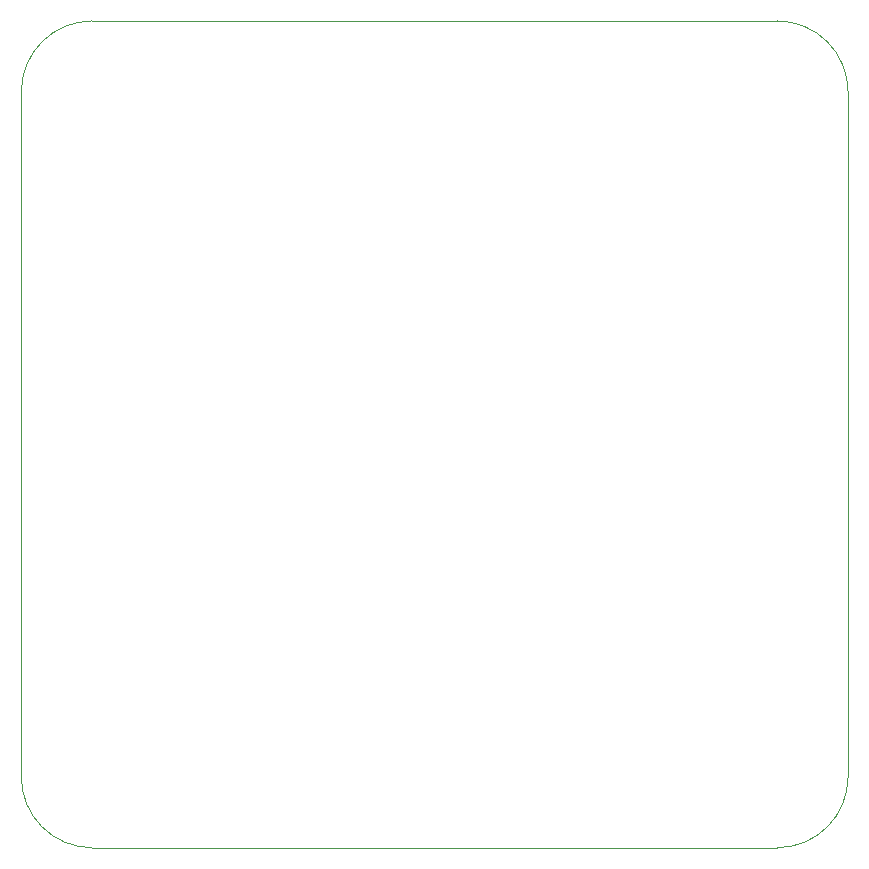
<source format=gbr>
%TF.GenerationSoftware,KiCad,Pcbnew,(7.0.0)*%
%TF.CreationDate,2024-02-13T04:28:46-03:00*%
%TF.ProjectId,pcb_peau_v1,7063625f-7065-4617-955f-76312e6b6963,rev?*%
%TF.SameCoordinates,Original*%
%TF.FileFunction,Profile,NP*%
%FSLAX46Y46*%
G04 Gerber Fmt 4.6, Leading zero omitted, Abs format (unit mm)*
G04 Created by KiCad (PCBNEW (7.0.0)) date 2024-02-13 04:28:46*
%MOMM*%
%LPD*%
G01*
G04 APERTURE LIST*
%TA.AperFunction,Profile*%
%ADD10C,0.100000*%
%TD*%
G04 APERTURE END LIST*
D10*
X178000000Y-47000000D02*
G75*
G03*
X172000000Y-53000000I0J-6000000D01*
G01*
X172000000Y-111000000D02*
G75*
G03*
X178000000Y-117000000I6000000J0D01*
G01*
X178000000Y-117000000D02*
X236000000Y-117000000D01*
X242000000Y-53000000D02*
X242000000Y-111000000D01*
X172000000Y-111000000D02*
X172000000Y-53000000D01*
X242000000Y-53000000D02*
G75*
G03*
X236000000Y-47000000I-6000000J0D01*
G01*
X236000000Y-117000000D02*
G75*
G03*
X242000000Y-111000000I0J6000000D01*
G01*
X178000000Y-47000000D02*
X236000000Y-47000000D01*
M02*

</source>
